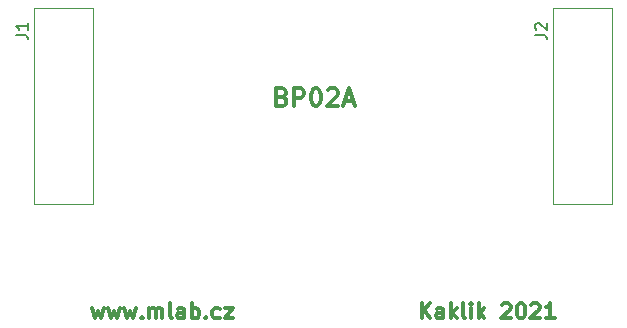
<source format=gbr>
%TF.GenerationSoftware,KiCad,Pcbnew,(5.99.0-10394-g2e15de97e0)*%
%TF.CreationDate,2021-05-18T08:39:38+02:00*%
%TF.ProjectId,BP02A,42503032-412e-46b6-9963-61645f706362,rev?*%
%TF.SameCoordinates,Original*%
%TF.FileFunction,Legend,Top*%
%TF.FilePolarity,Positive*%
%FSLAX46Y46*%
G04 Gerber Fmt 4.6, Leading zero omitted, Abs format (unit mm)*
G04 Created by KiCad (PCBNEW (5.99.0-10394-g2e15de97e0)) date 2021-05-18 08:39:38*
%MOMM*%
%LPD*%
G01*
G04 APERTURE LIST*
%ADD10C,0.300000*%
%ADD11C,0.150000*%
%ADD12C,0.120000*%
G04 APERTURE END LIST*
D10*
X10821142Y3097971D02*
X11068761Y2231304D01*
X11316380Y2850352D01*
X11564000Y2231304D01*
X11811619Y3097971D01*
X12183047Y3097971D02*
X12430666Y2231304D01*
X12678285Y2850352D01*
X12925904Y2231304D01*
X13173523Y3097971D01*
X13544952Y3097971D02*
X13792571Y2231304D01*
X14040190Y2850352D01*
X14287809Y2231304D01*
X14535428Y3097971D01*
X15030666Y2355114D02*
X15092571Y2293209D01*
X15030666Y2231304D01*
X14968761Y2293209D01*
X15030666Y2355114D01*
X15030666Y2231304D01*
X15649714Y2231304D02*
X15649714Y3097971D01*
X15649714Y2974161D02*
X15711619Y3036066D01*
X15835428Y3097971D01*
X16021142Y3097971D01*
X16144952Y3036066D01*
X16206857Y2912257D01*
X16206857Y2231304D01*
X16206857Y2912257D02*
X16268761Y3036066D01*
X16392571Y3097971D01*
X16578285Y3097971D01*
X16702095Y3036066D01*
X16763999Y2912257D01*
X16763999Y2231304D01*
X17568761Y2231304D02*
X17444952Y2293209D01*
X17383047Y2417019D01*
X17383047Y3531304D01*
X18621142Y2231304D02*
X18621142Y2912257D01*
X18559238Y3036066D01*
X18435428Y3097971D01*
X18187809Y3097971D01*
X18064000Y3036066D01*
X18621142Y2293209D02*
X18497333Y2231304D01*
X18187809Y2231304D01*
X18064000Y2293209D01*
X18002095Y2417019D01*
X18002095Y2540828D01*
X18064000Y2664638D01*
X18187809Y2726542D01*
X18497333Y2726542D01*
X18621142Y2788447D01*
X19240190Y2231304D02*
X19240190Y3531304D01*
X19240190Y3036066D02*
X19364000Y3097971D01*
X19611619Y3097971D01*
X19735428Y3036066D01*
X19797333Y2974161D01*
X19859238Y2850352D01*
X19859238Y2478923D01*
X19797333Y2355114D01*
X19735428Y2293209D01*
X19611619Y2231304D01*
X19364000Y2231304D01*
X19240190Y2293209D01*
X20416380Y2355114D02*
X20478285Y2293209D01*
X20416380Y2231304D01*
X20354476Y2293209D01*
X20416380Y2355114D01*
X20416380Y2231304D01*
X21592571Y2293209D02*
X21468761Y2231304D01*
X21221142Y2231304D01*
X21097333Y2293209D01*
X21035428Y2355114D01*
X20973523Y2478923D01*
X20973523Y2850352D01*
X21035428Y2974161D01*
X21097333Y3036066D01*
X21221142Y3097971D01*
X21468761Y3097971D01*
X21592571Y3036066D01*
X22025904Y3097971D02*
X22706857Y3097971D01*
X22025904Y2231304D01*
X22706857Y2231304D01*
X26902114Y20985942D02*
X27116400Y20914514D01*
X27187828Y20843085D01*
X27259257Y20700228D01*
X27259257Y20485942D01*
X27187828Y20343085D01*
X27116400Y20271657D01*
X26973542Y20200228D01*
X26402114Y20200228D01*
X26402114Y21700228D01*
X26902114Y21700228D01*
X27044971Y21628800D01*
X27116400Y21557371D01*
X27187828Y21414514D01*
X27187828Y21271657D01*
X27116400Y21128800D01*
X27044971Y21057371D01*
X26902114Y20985942D01*
X26402114Y20985942D01*
X27902114Y20200228D02*
X27902114Y21700228D01*
X28473542Y21700228D01*
X28616400Y21628800D01*
X28687828Y21557371D01*
X28759257Y21414514D01*
X28759257Y21200228D01*
X28687828Y21057371D01*
X28616400Y20985942D01*
X28473542Y20914514D01*
X27902114Y20914514D01*
X29687828Y21700228D02*
X29830685Y21700228D01*
X29973542Y21628800D01*
X30044971Y21557371D01*
X30116400Y21414514D01*
X30187828Y21128800D01*
X30187828Y20771657D01*
X30116400Y20485942D01*
X30044971Y20343085D01*
X29973542Y20271657D01*
X29830685Y20200228D01*
X29687828Y20200228D01*
X29544971Y20271657D01*
X29473542Y20343085D01*
X29402114Y20485942D01*
X29330685Y20771657D01*
X29330685Y21128800D01*
X29402114Y21414514D01*
X29473542Y21557371D01*
X29544971Y21628800D01*
X29687828Y21700228D01*
X30759257Y21557371D02*
X30830685Y21628800D01*
X30973542Y21700228D01*
X31330685Y21700228D01*
X31473542Y21628800D01*
X31544971Y21557371D01*
X31616400Y21414514D01*
X31616400Y21271657D01*
X31544971Y21057371D01*
X30687828Y20200228D01*
X31616400Y20200228D01*
X32187828Y20628800D02*
X32902114Y20628800D01*
X32044971Y20200228D02*
X32544971Y21700228D01*
X33044971Y20200228D01*
X38695219Y2231304D02*
X38695219Y3531304D01*
X39438076Y2231304D02*
X38880933Y2974161D01*
X39438076Y3531304D02*
X38695219Y2788447D01*
X40552361Y2231304D02*
X40552361Y2912257D01*
X40490457Y3036066D01*
X40366647Y3097971D01*
X40119028Y3097971D01*
X39995219Y3036066D01*
X40552361Y2293209D02*
X40428552Y2231304D01*
X40119028Y2231304D01*
X39995219Y2293209D01*
X39933314Y2417019D01*
X39933314Y2540828D01*
X39995219Y2664638D01*
X40119028Y2726542D01*
X40428552Y2726542D01*
X40552361Y2788447D01*
X41171409Y2231304D02*
X41171409Y3531304D01*
X41295219Y2726542D02*
X41666647Y2231304D01*
X41666647Y3097971D02*
X41171409Y2602733D01*
X42409504Y2231304D02*
X42285695Y2293209D01*
X42223790Y2417019D01*
X42223790Y3531304D01*
X42904742Y2231304D02*
X42904742Y3097971D01*
X42904742Y3531304D02*
X42842838Y3469400D01*
X42904742Y3407495D01*
X42966647Y3469400D01*
X42904742Y3531304D01*
X42904742Y3407495D01*
X43523790Y2231304D02*
X43523790Y3531304D01*
X43647600Y2726542D02*
X44019028Y2231304D01*
X44019028Y3097971D02*
X43523790Y2602733D01*
X45504742Y3407495D02*
X45566647Y3469400D01*
X45690457Y3531304D01*
X45999980Y3531304D01*
X46123790Y3469400D01*
X46185695Y3407495D01*
X46247600Y3283685D01*
X46247600Y3159876D01*
X46185695Y2974161D01*
X45442838Y2231304D01*
X46247600Y2231304D01*
X47052361Y3531304D02*
X47176171Y3531304D01*
X47299980Y3469400D01*
X47361885Y3407495D01*
X47423790Y3283685D01*
X47485695Y3036066D01*
X47485695Y2726542D01*
X47423790Y2478923D01*
X47361885Y2355114D01*
X47299980Y2293209D01*
X47176171Y2231304D01*
X47052361Y2231304D01*
X46928552Y2293209D01*
X46866647Y2355114D01*
X46804742Y2478923D01*
X46742838Y2726542D01*
X46742838Y3036066D01*
X46804742Y3283685D01*
X46866647Y3407495D01*
X46928552Y3469400D01*
X47052361Y3531304D01*
X47980933Y3407495D02*
X48042838Y3469400D01*
X48166647Y3531304D01*
X48476171Y3531304D01*
X48599980Y3469400D01*
X48661885Y3407495D01*
X48723790Y3283685D01*
X48723790Y3159876D01*
X48661885Y2974161D01*
X47919028Y2231304D01*
X48723790Y2231304D01*
X49961885Y2231304D02*
X49219028Y2231304D01*
X49590457Y2231304D02*
X49590457Y3531304D01*
X49466647Y3345590D01*
X49342838Y3221780D01*
X49219028Y3159876D01*
D11*
%TO.C,J1*%
X4348380Y26236666D02*
X5062666Y26236666D01*
X5205523Y26189047D01*
X5300761Y26093809D01*
X5348380Y25950952D01*
X5348380Y25855714D01*
X5348380Y27236666D02*
X5348380Y26665238D01*
X5348380Y26950952D02*
X4348380Y26950952D01*
X4491238Y26855714D01*
X4586476Y26760476D01*
X4634095Y26665238D01*
%TO.C,J2*%
X48323380Y26236666D02*
X49037666Y26236666D01*
X49180523Y26189047D01*
X49275761Y26093809D01*
X49323380Y25950952D01*
X49323380Y25855714D01*
X48418619Y26665238D02*
X48371000Y26712857D01*
X48323380Y26808095D01*
X48323380Y27046190D01*
X48371000Y27141428D01*
X48418619Y27189047D01*
X48513857Y27236666D01*
X48609095Y27236666D01*
X48751952Y27189047D01*
X49323380Y26617619D01*
X49323380Y27236666D01*
D12*
%TO.C,J1*%
X5849000Y28520000D02*
X10849000Y28520000D01*
X10849000Y28520000D02*
X10849000Y11920000D01*
X10849000Y11920000D02*
X5849000Y11920000D01*
X5849000Y11920000D02*
X5849000Y28520000D01*
%TO.C,J2*%
X54824000Y11920000D02*
X49824000Y11920000D01*
X49824000Y28520000D02*
X54824000Y28520000D01*
X54824000Y28520000D02*
X54824000Y11920000D01*
X49824000Y11920000D02*
X49824000Y28520000D01*
%TD*%
M02*

</source>
